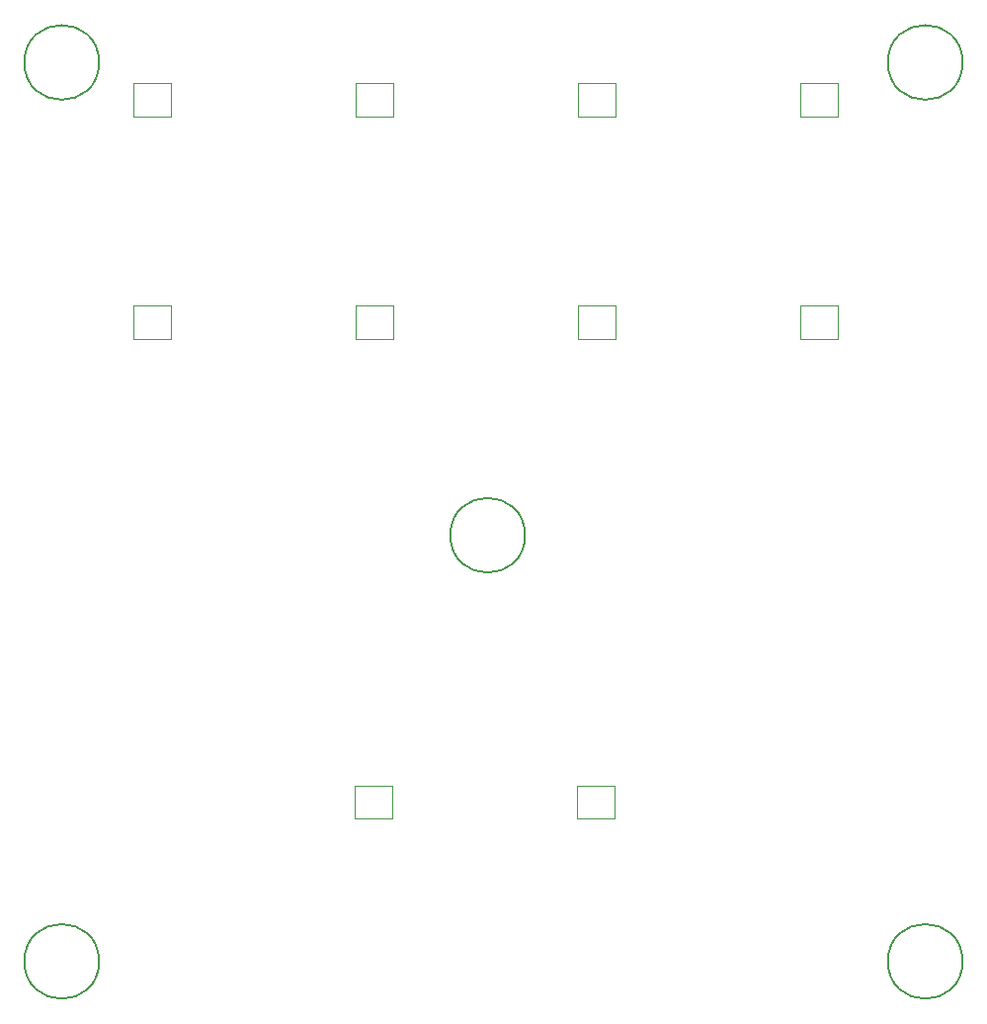
<source format=gbr>
%TF.GenerationSoftware,KiCad,Pcbnew,8.0.7*%
%TF.CreationDate,2025-02-14T00:11:11-05:00*%
%TF.ProjectId,makropad,6d616b72-6f70-4616-942e-6b696361645f,rev?*%
%TF.SameCoordinates,Original*%
%TF.FileFunction,Other,Comment*%
%FSLAX46Y46*%
G04 Gerber Fmt 4.6, Leading zero omitted, Abs format (unit mm)*
G04 Created by KiCad (PCBNEW 8.0.7) date 2025-02-14 00:11:11*
%MOMM*%
%LPD*%
G01*
G04 APERTURE LIST*
%ADD10C,0.150000*%
%ADD11C,0.120000*%
G04 APERTURE END LIST*
D10*
%TO.C,MH3*%
X118700000Y-124000000D02*
G75*
G02*
X112300000Y-124000000I-3200000J0D01*
G01*
X112300000Y-124000000D02*
G75*
G02*
X118700000Y-124000000I3200000J0D01*
G01*
%TO.C,MH1*%
X118700000Y-47000000D02*
G75*
G02*
X112300000Y-47000000I-3200000J0D01*
G01*
X112300000Y-47000000D02*
G75*
G02*
X118700000Y-47000000I3200000J0D01*
G01*
%TO.C,MH2*%
X192700000Y-47000000D02*
G75*
G02*
X186300000Y-47000000I-3200000J0D01*
G01*
X186300000Y-47000000D02*
G75*
G02*
X192700000Y-47000000I3200000J0D01*
G01*
%TO.C,MH4*%
X192700000Y-124000000D02*
G75*
G02*
X186300000Y-124000000I-3200000J0D01*
G01*
X186300000Y-124000000D02*
G75*
G02*
X192700000Y-124000000I3200000J0D01*
G01*
D11*
%TO.C,D19*%
X159750000Y-67850000D02*
X162950000Y-67850000D01*
X159750000Y-70650000D02*
X159750000Y-67850000D01*
X162950000Y-67850000D02*
X162950000Y-70650000D01*
X162950000Y-70650000D02*
X159750000Y-70650000D01*
%TO.C,D21*%
X140620000Y-108930000D02*
X143820000Y-108930000D01*
X140620000Y-111730000D02*
X140620000Y-108930000D01*
X143820000Y-108930000D02*
X143820000Y-111730000D01*
X143820000Y-111730000D02*
X140620000Y-111730000D01*
%TO.C,D16*%
X178800000Y-48800000D02*
X182000000Y-48800000D01*
X178800000Y-51600000D02*
X178800000Y-48800000D01*
X182000000Y-48800000D02*
X182000000Y-51600000D01*
X182000000Y-51600000D02*
X178800000Y-51600000D01*
%TO.C,D20*%
X178800000Y-67850000D02*
X182000000Y-67850000D01*
X178800000Y-70650000D02*
X178800000Y-67850000D01*
X182000000Y-67850000D02*
X182000000Y-70650000D01*
X182000000Y-70650000D02*
X178800000Y-70650000D01*
%TO.C,D18*%
X140700000Y-67850000D02*
X143900000Y-67850000D01*
X140700000Y-70650000D02*
X140700000Y-67850000D01*
X143900000Y-67850000D02*
X143900000Y-70650000D01*
X143900000Y-70650000D02*
X140700000Y-70650000D01*
%TO.C,D14*%
X140700000Y-48800000D02*
X143900000Y-48800000D01*
X140700000Y-51600000D02*
X140700000Y-48800000D01*
X143900000Y-48800000D02*
X143900000Y-51600000D01*
X143900000Y-51600000D02*
X140700000Y-51600000D01*
%TO.C,D13*%
X121650000Y-48800000D02*
X124850000Y-48800000D01*
X121650000Y-51600000D02*
X121650000Y-48800000D01*
X124850000Y-48800000D02*
X124850000Y-51600000D01*
X124850000Y-51600000D02*
X121650000Y-51600000D01*
%TO.C,D17*%
X121650000Y-67850000D02*
X124850000Y-67850000D01*
X121650000Y-70650000D02*
X121650000Y-67850000D01*
X124850000Y-67850000D02*
X124850000Y-70650000D01*
X124850000Y-70650000D02*
X121650000Y-70650000D01*
%TO.C,D15*%
X159750000Y-48800000D02*
X162950000Y-48800000D01*
X159750000Y-51600000D02*
X159750000Y-48800000D01*
X162950000Y-48800000D02*
X162950000Y-51600000D01*
X162950000Y-51600000D02*
X159750000Y-51600000D01*
%TO.C,D22*%
X159670000Y-108930000D02*
X162870000Y-108930000D01*
X159670000Y-111730000D02*
X159670000Y-108930000D01*
X162870000Y-108930000D02*
X162870000Y-111730000D01*
X162870000Y-111730000D02*
X159670000Y-111730000D01*
D10*
%TO.C,MH5*%
X155200000Y-87500000D02*
G75*
G02*
X148800000Y-87500000I-3200000J0D01*
G01*
X148800000Y-87500000D02*
G75*
G02*
X155200000Y-87500000I3200000J0D01*
G01*
%TD*%
M02*

</source>
